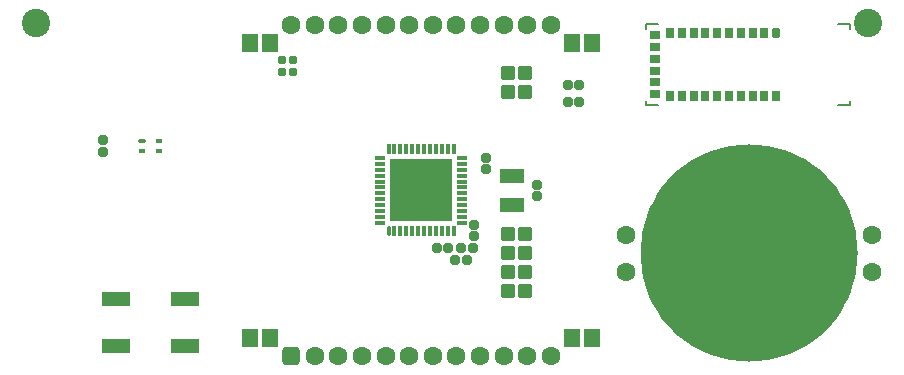
<source format=gts>
G04*
G04 #@! TF.GenerationSoftware,Altium Limited,Altium Designer,20.0.13 (296)*
G04*
G04 Layer_Color=8388736*
%FSLAX25Y25*%
%MOIN*%
G70*
G01*
G75*
%ADD30C,0.39370*%
%ADD31C,0.00787*%
G04:AMPARAMS|DCode=32|XSize=27.56mil|YSize=35.43mil|CornerRadius=4.33mil|HoleSize=0mil|Usage=FLASHONLY|Rotation=270.000|XOffset=0mil|YOffset=0mil|HoleType=Round|Shape=RoundedRectangle|*
%AMROUNDEDRECTD32*
21,1,0.02756,0.02677,0,0,270.0*
21,1,0.01890,0.03543,0,0,270.0*
1,1,0.00866,-0.01339,-0.00945*
1,1,0.00866,-0.01339,0.00945*
1,1,0.00866,0.01339,0.00945*
1,1,0.00866,0.01339,-0.00945*
%
%ADD32ROUNDEDRECTD32*%
G04:AMPARAMS|DCode=33|XSize=27.56mil|YSize=35.43mil|CornerRadius=4.33mil|HoleSize=0mil|Usage=FLASHONLY|Rotation=0.000|XOffset=0mil|YOffset=0mil|HoleType=Round|Shape=RoundedRectangle|*
%AMROUNDEDRECTD33*
21,1,0.02756,0.02677,0,0,0.0*
21,1,0.01890,0.03543,0,0,0.0*
1,1,0.00866,0.00945,-0.01339*
1,1,0.00866,-0.00945,-0.01339*
1,1,0.00866,-0.00945,0.01339*
1,1,0.00866,0.00945,0.01339*
%
%ADD33ROUNDEDRECTD33*%
G04:AMPARAMS|DCode=34|XSize=27.56mil|YSize=35.43mil|CornerRadius=7.87mil|HoleSize=0mil|Usage=FLASHONLY|Rotation=0.000|XOffset=0mil|YOffset=0mil|HoleType=Round|Shape=RoundedRectangle|*
%AMROUNDEDRECTD34*
21,1,0.02756,0.01968,0,0,0.0*
21,1,0.01181,0.03543,0,0,0.0*
1,1,0.01575,0.00591,-0.00984*
1,1,0.01575,-0.00591,-0.00984*
1,1,0.01575,-0.00591,0.00984*
1,1,0.01575,0.00591,0.00984*
%
%ADD34ROUNDEDRECTD34*%
G04:AMPARAMS|DCode=35|XSize=15.75mil|YSize=23.62mil|CornerRadius=3.15mil|HoleSize=0mil|Usage=FLASHONLY|Rotation=90.000|XOffset=0mil|YOffset=0mil|HoleType=Round|Shape=RoundedRectangle|*
%AMROUNDEDRECTD35*
21,1,0.01575,0.01732,0,0,90.0*
21,1,0.00945,0.02362,0,0,90.0*
1,1,0.00630,0.00866,0.00472*
1,1,0.00630,0.00866,-0.00472*
1,1,0.00630,-0.00866,-0.00472*
1,1,0.00630,-0.00866,0.00472*
%
%ADD35ROUNDEDRECTD35*%
%ADD36R,0.02362X0.01575*%
%ADD37C,0.70866*%
%ADD38R,0.21063X0.21063*%
G04:AMPARAMS|DCode=39|XSize=14.96mil|YSize=33.47mil|CornerRadius=3.86mil|HoleSize=0mil|Usage=FLASHONLY|Rotation=90.000|XOffset=0mil|YOffset=0mil|HoleType=Round|Shape=RoundedRectangle|*
%AMROUNDEDRECTD39*
21,1,0.01496,0.02575,0,0,90.0*
21,1,0.00724,0.03347,0,0,90.0*
1,1,0.00772,0.01287,0.00362*
1,1,0.00772,0.01287,-0.00362*
1,1,0.00772,-0.01287,-0.00362*
1,1,0.00772,-0.01287,0.00362*
%
%ADD39ROUNDEDRECTD39*%
G04:AMPARAMS|DCode=40|XSize=14.96mil|YSize=33.47mil|CornerRadius=3.86mil|HoleSize=0mil|Usage=FLASHONLY|Rotation=180.000|XOffset=0mil|YOffset=0mil|HoleType=Round|Shape=RoundedRectangle|*
%AMROUNDEDRECTD40*
21,1,0.01496,0.02575,0,0,180.0*
21,1,0.00724,0.03347,0,0,180.0*
1,1,0.00772,-0.00362,0.01287*
1,1,0.00772,0.00362,0.01287*
1,1,0.00772,0.00362,-0.01287*
1,1,0.00772,-0.00362,-0.01287*
%
%ADD40ROUNDEDRECTD40*%
G04:AMPARAMS|DCode=41|XSize=14.96mil|YSize=33.47mil|CornerRadius=5.22mil|HoleSize=0mil|Usage=FLASHONLY|Rotation=180.000|XOffset=0mil|YOffset=0mil|HoleType=Round|Shape=RoundedRectangle|*
%AMROUNDEDRECTD41*
21,1,0.01496,0.02303,0,0,180.0*
21,1,0.00453,0.03347,0,0,180.0*
1,1,0.01043,-0.00226,0.01152*
1,1,0.01043,0.00226,0.01152*
1,1,0.01043,0.00226,-0.01152*
1,1,0.01043,-0.00226,-0.01152*
%
%ADD41ROUNDEDRECTD41*%
%ADD42R,0.09449X0.04724*%
%ADD43R,0.08268X0.05118*%
G04:AMPARAMS|DCode=44|XSize=29.53mil|YSize=27.56mil|CornerRadius=5.91mil|HoleSize=0mil|Usage=FLASHONLY|Rotation=90.000|XOffset=0mil|YOffset=0mil|HoleType=Round|Shape=RoundedRectangle|*
%AMROUNDEDRECTD44*
21,1,0.02953,0.01575,0,0,90.0*
21,1,0.01772,0.02756,0,0,90.0*
1,1,0.01181,0.00787,0.00886*
1,1,0.01181,0.00787,-0.00886*
1,1,0.01181,-0.00787,-0.00886*
1,1,0.01181,-0.00787,0.00886*
%
%ADD44ROUNDEDRECTD44*%
G04:AMPARAMS|DCode=45|XSize=62.99mil|YSize=55.12mil|CornerRadius=8.66mil|HoleSize=0mil|Usage=FLASHONLY|Rotation=90.000|XOffset=0mil|YOffset=0mil|HoleType=Round|Shape=RoundedRectangle|*
%AMROUNDEDRECTD45*
21,1,0.06299,0.03780,0,0,90.0*
21,1,0.04567,0.05512,0,0,90.0*
1,1,0.01732,0.01890,0.02284*
1,1,0.01732,0.01890,-0.02284*
1,1,0.01732,-0.01890,-0.02284*
1,1,0.01732,-0.01890,0.02284*
%
%ADD45ROUNDEDRECTD45*%
G04:AMPARAMS|DCode=46|XSize=33.07mil|YSize=31.5mil|CornerRadius=6.3mil|HoleSize=0mil|Usage=FLASHONLY|Rotation=270.000|XOffset=0mil|YOffset=0mil|HoleType=Round|Shape=RoundedRectangle|*
%AMROUNDEDRECTD46*
21,1,0.03307,0.01890,0,0,270.0*
21,1,0.02047,0.03150,0,0,270.0*
1,1,0.01260,-0.00945,-0.01024*
1,1,0.01260,-0.00945,0.01024*
1,1,0.01260,0.00945,0.01024*
1,1,0.01260,0.00945,-0.01024*
%
%ADD46ROUNDEDRECTD46*%
G04:AMPARAMS|DCode=47|XSize=33.07mil|YSize=31.5mil|CornerRadius=6.3mil|HoleSize=0mil|Usage=FLASHONLY|Rotation=0.000|XOffset=0mil|YOffset=0mil|HoleType=Round|Shape=RoundedRectangle|*
%AMROUNDEDRECTD47*
21,1,0.03307,0.01890,0,0,0.0*
21,1,0.02047,0.03150,0,0,0.0*
1,1,0.01260,0.01024,-0.00945*
1,1,0.01260,-0.01024,-0.00945*
1,1,0.01260,-0.01024,0.00945*
1,1,0.01260,0.01024,0.00945*
%
%ADD47ROUNDEDRECTD47*%
G04:AMPARAMS|DCode=48|XSize=45.28mil|YSize=47.24mil|CornerRadius=7.68mil|HoleSize=0mil|Usage=FLASHONLY|Rotation=270.000|XOffset=0mil|YOffset=0mil|HoleType=Round|Shape=RoundedRectangle|*
%AMROUNDEDRECTD48*
21,1,0.04528,0.03189,0,0,270.0*
21,1,0.02992,0.04724,0,0,270.0*
1,1,0.01535,-0.01595,-0.01496*
1,1,0.01535,-0.01595,0.01496*
1,1,0.01535,0.01595,0.01496*
1,1,0.01535,0.01595,-0.01496*
%
%ADD48ROUNDEDRECTD48*%
G04:AMPARAMS|DCode=49|XSize=62.99mil|YSize=62.99mil|CornerRadius=17.72mil|HoleSize=0mil|Usage=FLASHONLY|Rotation=180.000|XOffset=0mil|YOffset=0mil|HoleType=Round|Shape=RoundedRectangle|*
%AMROUNDEDRECTD49*
21,1,0.06299,0.02756,0,0,180.0*
21,1,0.02756,0.06299,0,0,180.0*
1,1,0.03543,-0.01378,0.01378*
1,1,0.03543,0.01378,0.01378*
1,1,0.03543,0.01378,-0.01378*
1,1,0.03543,-0.01378,-0.01378*
%
%ADD49ROUNDEDRECTD49*%
%ADD50C,0.06299*%
%ADD51C,0.09449*%
D30*
X262205Y45276D02*
G03*
X262205Y45276I-16535J0D01*
G01*
D31*
X211221Y120079D02*
Y121457D01*
X215158D01*
X211221Y94685D02*
Y96063D01*
Y94685D02*
X215158D01*
X279331Y120079D02*
Y121457D01*
X275394D02*
X279331D01*
Y94685D02*
Y96063D01*
X275394Y94685D02*
X279331D01*
D32*
X214173Y98228D02*
D03*
Y102165D02*
D03*
Y106102D02*
D03*
Y110039D02*
D03*
Y113976D02*
D03*
Y117913D02*
D03*
D33*
X254724Y97441D02*
D03*
X250787D02*
D03*
X246850D02*
D03*
X242913D02*
D03*
X238976D02*
D03*
X235039D02*
D03*
X231102D02*
D03*
X227165D02*
D03*
X223228D02*
D03*
X219291D02*
D03*
Y118701D02*
D03*
X223228D02*
D03*
X227165D02*
D03*
X231102D02*
D03*
X235039D02*
D03*
X250787D02*
D03*
X246850D02*
D03*
X242913D02*
D03*
X238976D02*
D03*
D34*
X254724D02*
D03*
D35*
X43306Y82482D02*
D03*
D36*
Y79332D02*
D03*
X48817Y82482D02*
D03*
Y79332D02*
D03*
D37*
X245669Y45276D02*
D03*
D38*
X136314Y66143D02*
D03*
D39*
X122653Y55317D02*
D03*
Y57285D02*
D03*
Y59254D02*
D03*
Y61222D02*
D03*
Y63191D02*
D03*
Y65159D02*
D03*
Y67128D02*
D03*
Y69096D02*
D03*
Y71065D02*
D03*
Y73033D02*
D03*
Y75002D02*
D03*
Y76970D02*
D03*
X149976D02*
D03*
Y75002D02*
D03*
Y73033D02*
D03*
Y71065D02*
D03*
Y69096D02*
D03*
Y67128D02*
D03*
Y65159D02*
D03*
Y63191D02*
D03*
Y61222D02*
D03*
Y59254D02*
D03*
Y57285D02*
D03*
Y55317D02*
D03*
D40*
X125487Y79805D02*
D03*
X127456D02*
D03*
X129425D02*
D03*
X131393D02*
D03*
X133361D02*
D03*
X135330D02*
D03*
X137299D02*
D03*
X139267D02*
D03*
X141235D02*
D03*
X143204D02*
D03*
X145173D02*
D03*
X147141D02*
D03*
Y52482D02*
D03*
X145173D02*
D03*
X143204D02*
D03*
X141235D02*
D03*
X139267D02*
D03*
X137299D02*
D03*
X135330D02*
D03*
X133361D02*
D03*
X131393D02*
D03*
X129425D02*
D03*
X127456D02*
D03*
D41*
X125487D02*
D03*
D42*
X57481Y14172D02*
D03*
X34646D02*
D03*
Y29921D02*
D03*
X57481D02*
D03*
D43*
X166629Y61222D02*
D03*
Y71065D02*
D03*
D44*
X93602Y105513D02*
D03*
X89862D02*
D03*
X93602Y109450D02*
D03*
X89862D02*
D03*
D45*
X186511Y16931D02*
D03*
X193204D02*
D03*
X86117D02*
D03*
X79425D02*
D03*
X193204Y115356D02*
D03*
X186511D02*
D03*
X86117D02*
D03*
X79425D02*
D03*
D46*
X185315Y95474D02*
D03*
X189094D02*
D03*
X185315Y101281D02*
D03*
X189094D02*
D03*
X153558Y46852D02*
D03*
X149779D02*
D03*
X151496Y42913D02*
D03*
X147717D02*
D03*
X141511Y46852D02*
D03*
X145291D02*
D03*
D47*
X175000Y64253D02*
D03*
Y68033D02*
D03*
X157968Y76891D02*
D03*
Y73112D02*
D03*
X154031Y50868D02*
D03*
Y54647D02*
D03*
X30413Y79017D02*
D03*
Y82797D02*
D03*
D48*
X165256Y105118D02*
D03*
X170965D02*
D03*
X165256Y98819D02*
D03*
X170965D02*
D03*
X165256Y51575D02*
D03*
X170965D02*
D03*
X165256Y45276D02*
D03*
X170965D02*
D03*
X165256Y38976D02*
D03*
X170965D02*
D03*
X165256Y32677D02*
D03*
X170965D02*
D03*
D49*
X93007Y11025D02*
D03*
D50*
X171747D02*
D03*
X163873D02*
D03*
X155999D02*
D03*
X148125D02*
D03*
X140251D02*
D03*
X132377D02*
D03*
X124503D02*
D03*
X116629D02*
D03*
X108755D02*
D03*
X100881D02*
D03*
X179621D02*
D03*
X93007Y121261D02*
D03*
X155999D02*
D03*
X163873D02*
D03*
X171747D02*
D03*
X179621D02*
D03*
X108755D02*
D03*
X116629D02*
D03*
X124503D02*
D03*
X132377D02*
D03*
X140251D02*
D03*
X148125D02*
D03*
X100881D02*
D03*
X286614Y51181D02*
D03*
Y38976D02*
D03*
X204725D02*
D03*
Y51181D02*
D03*
D51*
X285433Y122047D02*
D03*
X7874Y122047D02*
D03*
M02*

</source>
